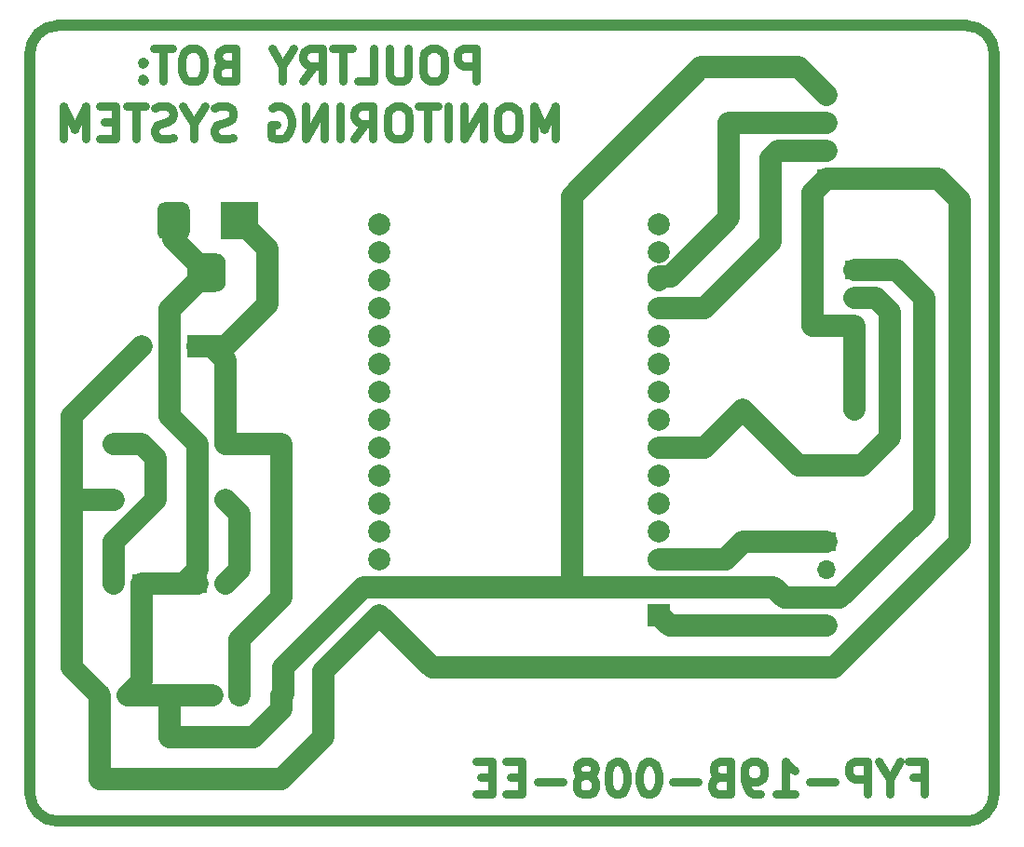
<source format=gbr>
%TF.GenerationSoftware,KiCad,Pcbnew,(5.1.10)-1*%
%TF.CreationDate,2023-01-02T20:25:28+05:00*%
%TF.ProjectId,Circuit for 1st Milestone,43697263-7569-4742-9066-6f7220317374,rev?*%
%TF.SameCoordinates,Original*%
%TF.FileFunction,Copper,L2,Bot*%
%TF.FilePolarity,Positive*%
%FSLAX46Y46*%
G04 Gerber Fmt 4.6, Leading zero omitted, Abs format (unit mm)*
G04 Created by KiCad (PCBNEW (5.1.10)-1) date 2023-01-02 20:25:28*
%MOMM*%
%LPD*%
G01*
G04 APERTURE LIST*
%TA.AperFunction,NonConductor*%
%ADD10C,0.750000*%
%TD*%
%TA.AperFunction,NonConductor*%
%ADD11C,1.000000*%
%TD*%
%TA.AperFunction,ComponentPad*%
%ADD12R,1.600000X1.600000*%
%TD*%
%TA.AperFunction,ComponentPad*%
%ADD13C,1.600000*%
%TD*%
%TA.AperFunction,ComponentPad*%
%ADD14R,1.800000X1.800000*%
%TD*%
%TA.AperFunction,ComponentPad*%
%ADD15C,1.800000*%
%TD*%
%TA.AperFunction,ComponentPad*%
%ADD16R,3.500000X3.500000*%
%TD*%
%TA.AperFunction,ComponentPad*%
%ADD17R,1.700000X1.700000*%
%TD*%
%TA.AperFunction,ComponentPad*%
%ADD18O,1.700000X1.700000*%
%TD*%
%TA.AperFunction,ComponentPad*%
%ADD19O,1.600000X1.600000*%
%TD*%
%TA.AperFunction,ComponentPad*%
%ADD20R,2.000000X2.000000*%
%TD*%
%TA.AperFunction,ComponentPad*%
%ADD21C,2.000000*%
%TD*%
%TA.AperFunction,ComponentPad*%
%ADD22R,1.905000X2.000000*%
%TD*%
%TA.AperFunction,ComponentPad*%
%ADD23O,1.905000X2.000000*%
%TD*%
%TA.AperFunction,Conductor*%
%ADD24C,2.000000*%
%TD*%
G04 APERTURE END LIST*
D10*
X124695714Y-144565714D02*
X125695714Y-144565714D01*
X125695714Y-146137142D02*
X125695714Y-143137142D01*
X124267142Y-143137142D01*
X122552857Y-144708571D02*
X122552857Y-146137142D01*
X123552857Y-143137142D02*
X122552857Y-144708571D01*
X121552857Y-143137142D01*
X120552857Y-146137142D02*
X120552857Y-143137142D01*
X119410000Y-143137142D01*
X119124285Y-143280000D01*
X118981428Y-143422857D01*
X118838571Y-143708571D01*
X118838571Y-144137142D01*
X118981428Y-144422857D01*
X119124285Y-144565714D01*
X119410000Y-144708571D01*
X120552857Y-144708571D01*
X117552857Y-144994285D02*
X115267142Y-144994285D01*
X112267142Y-146137142D02*
X113981428Y-146137142D01*
X113124285Y-146137142D02*
X113124285Y-143137142D01*
X113410000Y-143565714D01*
X113695714Y-143851428D01*
X113981428Y-143994285D01*
X110838571Y-146137142D02*
X110267142Y-146137142D01*
X109981428Y-145994285D01*
X109838571Y-145851428D01*
X109552857Y-145422857D01*
X109410000Y-144851428D01*
X109410000Y-143708571D01*
X109552857Y-143422857D01*
X109695714Y-143280000D01*
X109981428Y-143137142D01*
X110552857Y-143137142D01*
X110838571Y-143280000D01*
X110981428Y-143422857D01*
X111124285Y-143708571D01*
X111124285Y-144422857D01*
X110981428Y-144708571D01*
X110838571Y-144851428D01*
X110552857Y-144994285D01*
X109981428Y-144994285D01*
X109695714Y-144851428D01*
X109552857Y-144708571D01*
X109410000Y-144422857D01*
X107124285Y-144565714D02*
X106695714Y-144708571D01*
X106552857Y-144851428D01*
X106409999Y-145137142D01*
X106409999Y-145565714D01*
X106552857Y-145851428D01*
X106695714Y-145994285D01*
X106981428Y-146137142D01*
X108124285Y-146137142D01*
X108124285Y-143137142D01*
X107124285Y-143137142D01*
X106838571Y-143280000D01*
X106695714Y-143422857D01*
X106552857Y-143708571D01*
X106552857Y-143994285D01*
X106695714Y-144280000D01*
X106838571Y-144422857D01*
X107124285Y-144565714D01*
X108124285Y-144565714D01*
X105124285Y-144994285D02*
X102838571Y-144994285D01*
X100838571Y-143137142D02*
X100552857Y-143137142D01*
X100267142Y-143280000D01*
X100124285Y-143422857D01*
X99981428Y-143708571D01*
X99838571Y-144280000D01*
X99838571Y-144994285D01*
X99981428Y-145565714D01*
X100124285Y-145851428D01*
X100267142Y-145994285D01*
X100552857Y-146137142D01*
X100838571Y-146137142D01*
X101124285Y-145994285D01*
X101267142Y-145851428D01*
X101409999Y-145565714D01*
X101552857Y-144994285D01*
X101552857Y-144280000D01*
X101409999Y-143708571D01*
X101267142Y-143422857D01*
X101124285Y-143280000D01*
X100838571Y-143137142D01*
X97981428Y-143137142D02*
X97695714Y-143137142D01*
X97409999Y-143280000D01*
X97267142Y-143422857D01*
X97124285Y-143708571D01*
X96981428Y-144280000D01*
X96981428Y-144994285D01*
X97124285Y-145565714D01*
X97267142Y-145851428D01*
X97409999Y-145994285D01*
X97695714Y-146137142D01*
X97981428Y-146137142D01*
X98267142Y-145994285D01*
X98409999Y-145851428D01*
X98552857Y-145565714D01*
X98695714Y-144994285D01*
X98695714Y-144280000D01*
X98552857Y-143708571D01*
X98409999Y-143422857D01*
X98267142Y-143280000D01*
X97981428Y-143137142D01*
X95267142Y-144422857D02*
X95552857Y-144280000D01*
X95695714Y-144137142D01*
X95838571Y-143851428D01*
X95838571Y-143708571D01*
X95695714Y-143422857D01*
X95552857Y-143280000D01*
X95267142Y-143137142D01*
X94695714Y-143137142D01*
X94409999Y-143280000D01*
X94267142Y-143422857D01*
X94124285Y-143708571D01*
X94124285Y-143851428D01*
X94267142Y-144137142D01*
X94409999Y-144280000D01*
X94695714Y-144422857D01*
X95267142Y-144422857D01*
X95552857Y-144565714D01*
X95695714Y-144708571D01*
X95838571Y-144994285D01*
X95838571Y-145565714D01*
X95695714Y-145851428D01*
X95552857Y-145994285D01*
X95267142Y-146137142D01*
X94695714Y-146137142D01*
X94409999Y-145994285D01*
X94267142Y-145851428D01*
X94124285Y-145565714D01*
X94124285Y-144994285D01*
X94267142Y-144708571D01*
X94409999Y-144565714D01*
X94695714Y-144422857D01*
X92838571Y-144994285D02*
X90552857Y-144994285D01*
X89124285Y-144565714D02*
X88124285Y-144565714D01*
X87695714Y-146137142D02*
X89124285Y-146137142D01*
X89124285Y-143137142D01*
X87695714Y-143137142D01*
X86409999Y-144565714D02*
X85409999Y-144565714D01*
X84981428Y-146137142D02*
X86409999Y-146137142D01*
X86409999Y-143137142D01*
X84981428Y-143137142D01*
D11*
X129540000Y-148590000D02*
X46990000Y-148590000D01*
X46990000Y-148590000D02*
G75*
G02*
X44450000Y-146050000I0J2540000D01*
G01*
X132080000Y-146050000D02*
G75*
G02*
X129540000Y-148590000I-2540000J0D01*
G01*
X44450000Y-78740000D02*
G75*
G02*
X46990000Y-76200000I2540000J0D01*
G01*
X129540000Y-76200000D02*
G75*
G02*
X132080000Y-78740000I0J-2540000D01*
G01*
X44450000Y-146050000D02*
X44450000Y-78740000D01*
X132080000Y-146050000D02*
X132080000Y-78740000D01*
X129540000Y-76200000D02*
X46990000Y-76200000D01*
D10*
X84992857Y-81282142D02*
X84992857Y-78282142D01*
X83850000Y-78282142D01*
X83564285Y-78425000D01*
X83421428Y-78567857D01*
X83278571Y-78853571D01*
X83278571Y-79282142D01*
X83421428Y-79567857D01*
X83564285Y-79710714D01*
X83850000Y-79853571D01*
X84992857Y-79853571D01*
X81421428Y-78282142D02*
X80850000Y-78282142D01*
X80564285Y-78425000D01*
X80278571Y-78710714D01*
X80135714Y-79282142D01*
X80135714Y-80282142D01*
X80278571Y-80853571D01*
X80564285Y-81139285D01*
X80850000Y-81282142D01*
X81421428Y-81282142D01*
X81707142Y-81139285D01*
X81992857Y-80853571D01*
X82135714Y-80282142D01*
X82135714Y-79282142D01*
X81992857Y-78710714D01*
X81707142Y-78425000D01*
X81421428Y-78282142D01*
X78850000Y-78282142D02*
X78850000Y-80710714D01*
X78707142Y-80996428D01*
X78564285Y-81139285D01*
X78278571Y-81282142D01*
X77707142Y-81282142D01*
X77421428Y-81139285D01*
X77278571Y-80996428D01*
X77135714Y-80710714D01*
X77135714Y-78282142D01*
X74278571Y-81282142D02*
X75707142Y-81282142D01*
X75707142Y-78282142D01*
X73707142Y-78282142D02*
X71992857Y-78282142D01*
X72850000Y-81282142D02*
X72850000Y-78282142D01*
X69278571Y-81282142D02*
X70278571Y-79853571D01*
X70992857Y-81282142D02*
X70992857Y-78282142D01*
X69850000Y-78282142D01*
X69564285Y-78425000D01*
X69421428Y-78567857D01*
X69278571Y-78853571D01*
X69278571Y-79282142D01*
X69421428Y-79567857D01*
X69564285Y-79710714D01*
X69850000Y-79853571D01*
X70992857Y-79853571D01*
X67421428Y-79853571D02*
X67421428Y-81282142D01*
X68421428Y-78282142D02*
X67421428Y-79853571D01*
X66421428Y-78282142D01*
X62135714Y-79710714D02*
X61707142Y-79853571D01*
X61564285Y-79996428D01*
X61421428Y-80282142D01*
X61421428Y-80710714D01*
X61564285Y-80996428D01*
X61707142Y-81139285D01*
X61992857Y-81282142D01*
X63135714Y-81282142D01*
X63135714Y-78282142D01*
X62135714Y-78282142D01*
X61850000Y-78425000D01*
X61707142Y-78567857D01*
X61564285Y-78853571D01*
X61564285Y-79139285D01*
X61707142Y-79425000D01*
X61850000Y-79567857D01*
X62135714Y-79710714D01*
X63135714Y-79710714D01*
X59564285Y-78282142D02*
X58992857Y-78282142D01*
X58707142Y-78425000D01*
X58421428Y-78710714D01*
X58278571Y-79282142D01*
X58278571Y-80282142D01*
X58421428Y-80853571D01*
X58707142Y-81139285D01*
X58992857Y-81282142D01*
X59564285Y-81282142D01*
X59850000Y-81139285D01*
X60135714Y-80853571D01*
X60278571Y-80282142D01*
X60278571Y-79282142D01*
X60135714Y-78710714D01*
X59850000Y-78425000D01*
X59564285Y-78282142D01*
X57421428Y-78282142D02*
X55707142Y-78282142D01*
X56564285Y-81282142D02*
X56564285Y-78282142D01*
X54707142Y-80996428D02*
X54564285Y-81139285D01*
X54707142Y-81282142D01*
X54850000Y-81139285D01*
X54707142Y-80996428D01*
X54707142Y-81282142D01*
X54707142Y-79425000D02*
X54564285Y-79567857D01*
X54707142Y-79710714D01*
X54850000Y-79567857D01*
X54707142Y-79425000D01*
X54707142Y-79710714D01*
X92207142Y-86532142D02*
X92207142Y-83532142D01*
X91207142Y-85675000D01*
X90207142Y-83532142D01*
X90207142Y-86532142D01*
X88207142Y-83532142D02*
X87635714Y-83532142D01*
X87350000Y-83675000D01*
X87064285Y-83960714D01*
X86921428Y-84532142D01*
X86921428Y-85532142D01*
X87064285Y-86103571D01*
X87350000Y-86389285D01*
X87635714Y-86532142D01*
X88207142Y-86532142D01*
X88492857Y-86389285D01*
X88778571Y-86103571D01*
X88921428Y-85532142D01*
X88921428Y-84532142D01*
X88778571Y-83960714D01*
X88492857Y-83675000D01*
X88207142Y-83532142D01*
X85635714Y-86532142D02*
X85635714Y-83532142D01*
X83921428Y-86532142D01*
X83921428Y-83532142D01*
X82492857Y-86532142D02*
X82492857Y-83532142D01*
X81492857Y-83532142D02*
X79778571Y-83532142D01*
X80635714Y-86532142D02*
X80635714Y-83532142D01*
X78207142Y-83532142D02*
X77635714Y-83532142D01*
X77350000Y-83675000D01*
X77064285Y-83960714D01*
X76921428Y-84532142D01*
X76921428Y-85532142D01*
X77064285Y-86103571D01*
X77350000Y-86389285D01*
X77635714Y-86532142D01*
X78207142Y-86532142D01*
X78492857Y-86389285D01*
X78778571Y-86103571D01*
X78921428Y-85532142D01*
X78921428Y-84532142D01*
X78778571Y-83960714D01*
X78492857Y-83675000D01*
X78207142Y-83532142D01*
X73921428Y-86532142D02*
X74921428Y-85103571D01*
X75635714Y-86532142D02*
X75635714Y-83532142D01*
X74492857Y-83532142D01*
X74207142Y-83675000D01*
X74064285Y-83817857D01*
X73921428Y-84103571D01*
X73921428Y-84532142D01*
X74064285Y-84817857D01*
X74207142Y-84960714D01*
X74492857Y-85103571D01*
X75635714Y-85103571D01*
X72635714Y-86532142D02*
X72635714Y-83532142D01*
X71207142Y-86532142D02*
X71207142Y-83532142D01*
X69492857Y-86532142D01*
X69492857Y-83532142D01*
X66492857Y-83675000D02*
X66778571Y-83532142D01*
X67207142Y-83532142D01*
X67635714Y-83675000D01*
X67921428Y-83960714D01*
X68064285Y-84246428D01*
X68207142Y-84817857D01*
X68207142Y-85246428D01*
X68064285Y-85817857D01*
X67921428Y-86103571D01*
X67635714Y-86389285D01*
X67207142Y-86532142D01*
X66921428Y-86532142D01*
X66492857Y-86389285D01*
X66350000Y-86246428D01*
X66350000Y-85246428D01*
X66921428Y-85246428D01*
X62921428Y-86389285D02*
X62492857Y-86532142D01*
X61778571Y-86532142D01*
X61492857Y-86389285D01*
X61350000Y-86246428D01*
X61207142Y-85960714D01*
X61207142Y-85675000D01*
X61350000Y-85389285D01*
X61492857Y-85246428D01*
X61778571Y-85103571D01*
X62350000Y-84960714D01*
X62635714Y-84817857D01*
X62778571Y-84675000D01*
X62921428Y-84389285D01*
X62921428Y-84103571D01*
X62778571Y-83817857D01*
X62635714Y-83675000D01*
X62350000Y-83532142D01*
X61635714Y-83532142D01*
X61207142Y-83675000D01*
X59350000Y-85103571D02*
X59350000Y-86532142D01*
X60350000Y-83532142D02*
X59350000Y-85103571D01*
X58350000Y-83532142D01*
X57492857Y-86389285D02*
X57064285Y-86532142D01*
X56350000Y-86532142D01*
X56064285Y-86389285D01*
X55921428Y-86246428D01*
X55778571Y-85960714D01*
X55778571Y-85675000D01*
X55921428Y-85389285D01*
X56064285Y-85246428D01*
X56350000Y-85103571D01*
X56921428Y-84960714D01*
X57207142Y-84817857D01*
X57350000Y-84675000D01*
X57492857Y-84389285D01*
X57492857Y-84103571D01*
X57350000Y-83817857D01*
X57207142Y-83675000D01*
X56921428Y-83532142D01*
X56207142Y-83532142D01*
X55778571Y-83675000D01*
X54921428Y-83532142D02*
X53207142Y-83532142D01*
X54064285Y-86532142D02*
X54064285Y-83532142D01*
X52207142Y-84960714D02*
X51207142Y-84960714D01*
X50778571Y-86532142D02*
X52207142Y-86532142D01*
X52207142Y-83532142D01*
X50778571Y-83532142D01*
X49492857Y-86532142D02*
X49492857Y-83532142D01*
X48492857Y-85675000D01*
X47492857Y-83532142D01*
X47492857Y-86532142D01*
D12*
%TO.P,C1,1*%
%TO.N,Net-(C1-Pad1)*%
X63500000Y-137160000D03*
D13*
%TO.P,C1,2*%
%TO.N,GND*%
X61000000Y-137160000D03*
%TD*%
%TO.P,C2,2*%
%TO.N,GND*%
X53300000Y-137160000D03*
D12*
%TO.P,C2,1*%
%TO.N,5V*%
X50800000Y-137160000D03*
%TD*%
D14*
%TO.P,D1,1*%
%TO.N,GND*%
X54610000Y-127000000D03*
D15*
%TO.P,D1,2*%
%TO.N,Net-(D1-Pad2)*%
X52070000Y-127000000D03*
%TD*%
%TO.P,D2,2*%
%TO.N,Net-(D2-Pad2)*%
X62230000Y-127000000D03*
D14*
%TO.P,D2,1*%
%TO.N,GND*%
X59690000Y-127000000D03*
%TD*%
D16*
%TO.P,J0,1*%
%TO.N,Net-(C1-Pad1)*%
X63500000Y-93980000D03*
%TO.P,J0,2*%
%TO.N,GND*%
%TA.AperFunction,ComponentPad*%
G36*
G01*
X56000000Y-94980000D02*
X56000000Y-92980000D01*
G75*
G02*
X56750000Y-92230000I750000J0D01*
G01*
X58250000Y-92230000D01*
G75*
G02*
X59000000Y-92980000I0J-750000D01*
G01*
X59000000Y-94980000D01*
G75*
G02*
X58250000Y-95730000I-750000J0D01*
G01*
X56750000Y-95730000D01*
G75*
G02*
X56000000Y-94980000I0J750000D01*
G01*
G37*
%TD.AperFunction*%
%TO.P,J0,3*%
%TA.AperFunction,ComponentPad*%
G36*
G01*
X58750000Y-99555000D02*
X58750000Y-97805000D01*
G75*
G02*
X59625000Y-96930000I875000J0D01*
G01*
X61375000Y-96930000D01*
G75*
G02*
X62250000Y-97805000I0J-875000D01*
G01*
X62250000Y-99555000D01*
G75*
G02*
X61375000Y-100430000I-875000J0D01*
G01*
X59625000Y-100430000D01*
G75*
G02*
X58750000Y-99555000I0J875000D01*
G01*
G37*
%TD.AperFunction*%
%TD*%
D17*
%TO.P,J1,1*%
%TO.N,GND*%
X119380000Y-98425000D03*
D18*
%TO.P,J1,2*%
%TO.N,DHT22_DATA*%
X119380000Y-100965000D03*
%TO.P,J1,3*%
%TO.N,5V*%
X119380000Y-103505000D03*
%TD*%
D17*
%TO.P,J2,1*%
%TO.N,MQ135_DATA*%
X116840000Y-123190000D03*
D18*
%TO.P,J2,2*%
%TO.N,Net-(J2-Pad2)*%
X116840000Y-125730000D03*
%TO.P,J2,3*%
%TO.N,GND*%
X116840000Y-128270000D03*
%TO.P,J2,4*%
%TO.N,3.3V*%
X116840000Y-130810000D03*
%TD*%
D17*
%TO.P,J3,1*%
%TO.N,5V*%
X116840000Y-90170000D03*
D18*
%TO.P,J3,2*%
%TO.N,LCD_TX*%
X116840000Y-87630000D03*
%TO.P,J3,3*%
%TO.N,LCD_RX*%
X116840000Y-85090000D03*
%TO.P,J3,4*%
%TO.N,GND*%
X116840000Y-82550000D03*
%TD*%
D19*
%TO.P,R1,2*%
%TO.N,Net-(C1-Pad1)*%
X62230000Y-114300000D03*
D13*
%TO.P,R1,1*%
%TO.N,Net-(D1-Pad2)*%
X52070000Y-114300000D03*
%TD*%
%TO.P,R2,1*%
%TO.N,Net-(D2-Pad2)*%
X62230000Y-119380000D03*
D19*
%TO.P,R2,2*%
%TO.N,5V*%
X52070000Y-119380000D03*
%TD*%
D13*
%TO.P,R3,1*%
%TO.N,DHT22_DATA*%
X109220000Y-111125000D03*
D19*
%TO.P,R3,2*%
%TO.N,5V*%
X119380000Y-111125000D03*
%TD*%
D20*
%TO.P,U1,1*%
%TO.N,3.3V*%
X101600000Y-129815000D03*
D21*
%TO.P,U1,2*%
%TO.N,GND*%
X101600000Y-127275000D03*
%TO.P,U1,3*%
%TO.N,MQ135_DATA*%
X101600000Y-124735000D03*
%TO.P,U1,4*%
%TO.N,Net-(U1-Pad4)*%
X101600000Y-122195000D03*
%TO.P,U1,5*%
%TO.N,Net-(U1-Pad5)*%
X101600000Y-119655000D03*
%TO.P,U1,6*%
%TO.N,Net-(U1-Pad6)*%
X101600000Y-117115000D03*
%TO.P,U1,7*%
%TO.N,DHT22_DATA*%
X101600000Y-114575000D03*
%TO.P,U1,8*%
%TO.N,Net-(U1-Pad8)*%
X101600000Y-112035000D03*
%TO.P,U1,9*%
%TO.N,Net-(U1-Pad9)*%
X101600000Y-109495000D03*
%TO.P,U1,10*%
%TO.N,Net-(U1-Pad10)*%
X101600000Y-106955000D03*
%TO.P,U1,11*%
%TO.N,Net-(U1-Pad11)*%
X101600000Y-104415000D03*
%TO.P,U1,12*%
%TO.N,LCD_TX*%
X101600000Y-101875000D03*
%TO.P,U1,13*%
%TO.N,LCD_RX*%
X101600000Y-99335000D03*
%TO.P,U1,14*%
%TO.N,Net-(U1-Pad14)*%
X101600000Y-96795000D03*
%TO.P,U1,15*%
%TO.N,Net-(U1-Pad15)*%
X101600000Y-94255000D03*
%TO.P,U1,30*%
%TO.N,5V*%
X76200000Y-129815000D03*
%TO.P,U1,29*%
%TO.N,GND*%
X76200000Y-127275000D03*
%TO.P,U1,28*%
%TO.N,Net-(U1-Pad28)*%
X76200000Y-124735000D03*
%TO.P,U1,27*%
%TO.N,Net-(U1-Pad27)*%
X76200000Y-122195000D03*
%TO.P,U1,26*%
%TO.N,Net-(U1-Pad26)*%
X76200000Y-119655000D03*
%TO.P,U1,25*%
%TO.N,Net-(U1-Pad25)*%
X76200000Y-117115000D03*
%TO.P,U1,24*%
%TO.N,Net-(U1-Pad24)*%
X76200000Y-114575000D03*
%TO.P,U1,23*%
%TO.N,Net-(U1-Pad23)*%
X76200000Y-112035000D03*
%TO.P,U1,22*%
%TO.N,Net-(U1-Pad22)*%
X76200000Y-109495000D03*
%TO.P,U1,21*%
%TO.N,Net-(U1-Pad21)*%
X76200000Y-106955000D03*
%TO.P,U1,20*%
%TO.N,Net-(U1-Pad20)*%
X76200000Y-104415000D03*
%TO.P,U1,19*%
%TO.N,Net-(U1-Pad19)*%
X76200000Y-101875000D03*
%TO.P,U1,18*%
%TO.N,Net-(U1-Pad18)*%
X76200000Y-99335000D03*
%TO.P,U1,17*%
%TO.N,Net-(U1-Pad17)*%
X76200000Y-96795000D03*
%TO.P,U1,16*%
%TO.N,Net-(U1-Pad16)*%
X76200000Y-94255000D03*
%TD*%
D22*
%TO.P,U2,1*%
%TO.N,Net-(C1-Pad1)*%
X59690000Y-105410000D03*
D23*
%TO.P,U2,2*%
%TO.N,GND*%
X57150000Y-105410000D03*
%TO.P,U2,3*%
%TO.N,5V*%
X54610000Y-105410000D03*
%TD*%
D24*
%TO.N,GND*%
X57500000Y-95680000D02*
X60500000Y-98680000D01*
X57500000Y-93980000D02*
X57500000Y-95680000D01*
X57150000Y-102030000D02*
X57150000Y-105410000D01*
X60500000Y-98680000D02*
X57150000Y-102030000D01*
X57150000Y-105410000D02*
X57150000Y-111760000D01*
X57150000Y-111760000D02*
X59690000Y-114300000D01*
X59690000Y-114300000D02*
X59690000Y-125730000D01*
X58420000Y-127000000D02*
X59690000Y-127000000D01*
X59690000Y-125730000D02*
X58420000Y-127000000D01*
X54610000Y-127000000D02*
X58420000Y-127000000D01*
X53300000Y-137160000D02*
X54610000Y-135850000D01*
X54610000Y-133350000D02*
X54610000Y-127000000D01*
X54610000Y-135850000D02*
X54610000Y-133350000D01*
X93705000Y-127275000D02*
X101600000Y-127275000D01*
X76200000Y-127275000D02*
X93705000Y-127275000D01*
X61000000Y-137160000D02*
X58420000Y-137160000D01*
X57150000Y-140970000D02*
X57150000Y-137160000D01*
X64770000Y-140970000D02*
X57150000Y-140970000D01*
X67310000Y-137160000D02*
X67310000Y-138430000D01*
X67440787Y-137029213D02*
X67310000Y-137160000D01*
X67440787Y-134620000D02*
X67440787Y-137029213D01*
X74785787Y-127275000D02*
X67440787Y-134620000D01*
X76200000Y-127275000D02*
X74785787Y-127275000D01*
X67310000Y-138430000D02*
X64770000Y-140970000D01*
X57150000Y-137160000D02*
X53300000Y-137160000D01*
X58420000Y-137160000D02*
X57150000Y-137160000D01*
X112035000Y-127275000D02*
X101600000Y-127275000D01*
X113030000Y-128270000D02*
X112035000Y-127275000D01*
X116840000Y-128270000D02*
X113030000Y-128270000D01*
X123190000Y-98425000D02*
X119380000Y-98425000D01*
X125730000Y-100965000D02*
X123190000Y-98425000D01*
X124527919Y-121852081D02*
X125730000Y-120650000D01*
X118042081Y-128270000D02*
X124460000Y-121852081D01*
X125730000Y-120650000D02*
X125730000Y-100965000D01*
X124460000Y-121852081D02*
X124527919Y-121852081D01*
X116840000Y-128270000D02*
X118042081Y-128270000D01*
X114300000Y-80010000D02*
X116840000Y-82550000D01*
X105410000Y-80010000D02*
X114300000Y-80010000D01*
X93705000Y-91715000D02*
X105410000Y-80010000D01*
X93705000Y-127275000D02*
X93705000Y-91715000D01*
%TO.N,Net-(C1-Pad1)*%
X66040000Y-101600000D02*
X62230000Y-105410000D01*
X66040000Y-96520000D02*
X66040000Y-101600000D01*
X63500000Y-93980000D02*
X66040000Y-96520000D01*
X62230000Y-106680000D02*
X60960000Y-105410000D01*
X60960000Y-105410000D02*
X59690000Y-105410000D01*
X62230000Y-105410000D02*
X60960000Y-105410000D01*
X62230000Y-114300000D02*
X62230000Y-106680000D01*
X63500000Y-132080000D02*
X63500000Y-137160000D01*
X67310000Y-128270000D02*
X63500000Y-132080000D01*
X67310000Y-114300000D02*
X67310000Y-128270000D01*
X62230000Y-114300000D02*
X67310000Y-114300000D01*
%TO.N,5V*%
X50800000Y-142240000D02*
X50800000Y-137160000D01*
X50800000Y-144780000D02*
X50800000Y-142240000D01*
X67310000Y-144780000D02*
X50800000Y-144780000D01*
X71120000Y-140970000D02*
X67310000Y-144780000D01*
X71120000Y-134895000D02*
X71120000Y-140970000D01*
X76200000Y-129815000D02*
X71120000Y-134895000D01*
X48260000Y-111760000D02*
X54610000Y-105410000D01*
X50800000Y-137160000D02*
X48260000Y-134620000D01*
X52070000Y-119380000D02*
X48260000Y-119380000D01*
X48260000Y-119380000D02*
X48260000Y-111760000D01*
X48260000Y-134620000D02*
X48260000Y-119380000D01*
X119380000Y-103505000D02*
X119380000Y-111125000D01*
X119380000Y-103505000D02*
X115570000Y-103505000D01*
X116840000Y-90170000D02*
X115570000Y-91440000D01*
X115570000Y-91440000D02*
X115570000Y-103505000D01*
X128905000Y-92075000D02*
X127000000Y-90170000D01*
X128905000Y-123190000D02*
X128905000Y-92075000D01*
X117475000Y-134620000D02*
X128905000Y-123190000D01*
X81005000Y-134620000D02*
X117475000Y-134620000D01*
X127000000Y-90170000D02*
X116840000Y-90170000D01*
X76200000Y-129815000D02*
X81005000Y-134620000D01*
%TO.N,Net-(D1-Pad2)*%
X52070000Y-114300000D02*
X54610000Y-114300000D01*
X52070000Y-123190000D02*
X52070000Y-127000000D01*
X55880000Y-119380000D02*
X52070000Y-123190000D01*
X54610000Y-114300000D02*
X55880000Y-115570000D01*
X55880000Y-115570000D02*
X55880000Y-119380000D01*
%TO.N,Net-(D2-Pad2)*%
X62230000Y-127000000D02*
X63500000Y-125730000D01*
X63500000Y-120650000D02*
X62230000Y-119380000D01*
X63500000Y-125730000D02*
X63500000Y-120650000D01*
%TO.N,MQ135_DATA*%
X107675000Y-124735000D02*
X101600000Y-124735000D01*
X109220000Y-123190000D02*
X107675000Y-124735000D01*
X116840000Y-123190000D02*
X109220000Y-123190000D01*
%TO.N,3.3V*%
X102595000Y-130810000D02*
X101600000Y-129815000D01*
X116840000Y-130810000D02*
X102595000Y-130810000D01*
%TO.N,LCD_TX*%
X101600000Y-101875000D02*
X105770000Y-101875000D01*
X105770000Y-101875000D02*
X111760000Y-95885000D01*
X111760000Y-95885000D02*
X111760000Y-88265000D01*
X112395000Y-87630000D02*
X116840000Y-87630000D01*
X111760000Y-88265000D02*
X112395000Y-87630000D01*
%TO.N,LCD_RX*%
X102656001Y-98995001D02*
X107950000Y-93701002D01*
X101664999Y-98995001D02*
X102656001Y-98995001D01*
X107950000Y-85090000D02*
X116840000Y-85090000D01*
X101600000Y-99060000D02*
X101664999Y-98995001D01*
X107950000Y-93701002D02*
X107950000Y-85090000D01*
X101600000Y-99335000D02*
X101600000Y-99060000D01*
%TO.N,DHT22_DATA*%
X120015000Y-116205000D02*
X114300000Y-116205000D01*
X114300000Y-116205000D02*
X109220000Y-111125000D01*
X122555000Y-113665000D02*
X120015000Y-116205000D01*
X122555000Y-102235000D02*
X122555000Y-113665000D01*
X121285000Y-100965000D02*
X122555000Y-102235000D01*
X119380000Y-100965000D02*
X121285000Y-100965000D01*
X105770000Y-114575000D02*
X101600000Y-114575000D01*
X109220000Y-111125000D02*
X105770000Y-114575000D01*
%TD*%
M02*

</source>
